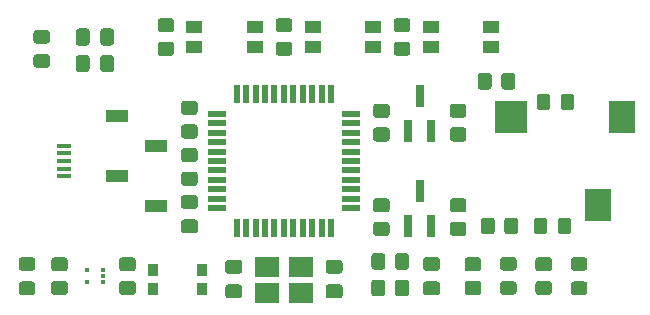
<source format=gbr>
%TF.GenerationSoftware,KiCad,Pcbnew,(5.1.9)-1*%
%TF.CreationDate,2021-12-06T20:25:47-06:00*%
%TF.ProjectId,microkfd,6d696372-6f6b-4666-942e-6b696361645f,A*%
%TF.SameCoordinates,Original*%
%TF.FileFunction,Paste,Top*%
%TF.FilePolarity,Positive*%
%FSLAX46Y46*%
G04 Gerber Fmt 4.6, Leading zero omitted, Abs format (unit mm)*
G04 Created by KiCad (PCBNEW (5.1.9)-1) date 2021-12-06 20:25:47*
%MOMM*%
%LPD*%
G01*
G04 APERTURE LIST*
%ADD10R,1.300000X0.450000*%
%ADD11R,1.500000X0.550000*%
%ADD12R,0.550000X1.500000*%
%ADD13R,2.200000X2.800000*%
%ADD14R,2.800000X2.800000*%
%ADD15R,1.900000X1.000000*%
%ADD16R,0.800000X1.900000*%
%ADD17R,0.900000X1.000000*%
%ADD18R,1.450000X1.000000*%
%ADD19R,0.450000X0.300000*%
%ADD20R,2.100000X1.800000*%
G04 APERTURE END LIST*
D10*
%TO.C,J1*%
X96400000Y-98700000D03*
X96400000Y-99350000D03*
X96400000Y-100000000D03*
X96400000Y-100650000D03*
X96400000Y-101300000D03*
%TD*%
D11*
%TO.C,U2*%
X109300000Y-96000000D03*
X109300000Y-96800000D03*
X109300000Y-97600000D03*
X109300000Y-98400000D03*
X109300000Y-99200000D03*
X109300000Y-100000000D03*
X109300000Y-100800000D03*
X109300000Y-101600000D03*
X109300000Y-102400000D03*
X109300000Y-103200000D03*
X109300000Y-104000000D03*
D12*
X111000000Y-105700000D03*
X111800000Y-105700000D03*
X112600000Y-105700000D03*
X113400000Y-105700000D03*
X114200000Y-105700000D03*
X115000000Y-105700000D03*
X115800000Y-105700000D03*
X116600000Y-105700000D03*
X117400000Y-105700000D03*
X118200000Y-105700000D03*
X119000000Y-105700000D03*
D11*
X120700000Y-104000000D03*
X120700000Y-103200000D03*
X120700000Y-102400000D03*
X120700000Y-101600000D03*
X120700000Y-100800000D03*
X120700000Y-100000000D03*
X120700000Y-99200000D03*
X120700000Y-98400000D03*
X120700000Y-97600000D03*
X120700000Y-96800000D03*
X120700000Y-96000000D03*
D12*
X119000000Y-94300000D03*
X118200000Y-94300000D03*
X117400000Y-94300000D03*
X116600000Y-94300000D03*
X115800000Y-94300000D03*
X115000000Y-94300000D03*
X114200000Y-94300000D03*
X113400000Y-94300000D03*
X112600000Y-94300000D03*
X111800000Y-94300000D03*
X111000000Y-94300000D03*
%TD*%
%TO.C,C1*%
G36*
G01*
X119725000Y-109550000D02*
X118775000Y-109550000D01*
G75*
G02*
X118525000Y-109300000I0J250000D01*
G01*
X118525000Y-108625000D01*
G75*
G02*
X118775000Y-108375000I250000J0D01*
G01*
X119725000Y-108375000D01*
G75*
G02*
X119975000Y-108625000I0J-250000D01*
G01*
X119975000Y-109300000D01*
G75*
G02*
X119725000Y-109550000I-250000J0D01*
G01*
G37*
G36*
G01*
X119725000Y-111625000D02*
X118775000Y-111625000D01*
G75*
G02*
X118525000Y-111375000I0J250000D01*
G01*
X118525000Y-110700000D01*
G75*
G02*
X118775000Y-110450000I250000J0D01*
G01*
X119725000Y-110450000D01*
G75*
G02*
X119975000Y-110700000I0J-250000D01*
G01*
X119975000Y-111375000D01*
G75*
G02*
X119725000Y-111625000I-250000J0D01*
G01*
G37*
%TD*%
%TO.C,C2*%
G36*
G01*
X110275000Y-110450000D02*
X111225000Y-110450000D01*
G75*
G02*
X111475000Y-110700000I0J-250000D01*
G01*
X111475000Y-111375000D01*
G75*
G02*
X111225000Y-111625000I-250000J0D01*
G01*
X110275000Y-111625000D01*
G75*
G02*
X110025000Y-111375000I0J250000D01*
G01*
X110025000Y-110700000D01*
G75*
G02*
X110275000Y-110450000I250000J0D01*
G01*
G37*
G36*
G01*
X110275000Y-108375000D02*
X111225000Y-108375000D01*
G75*
G02*
X111475000Y-108625000I0J-250000D01*
G01*
X111475000Y-109300000D01*
G75*
G02*
X111225000Y-109550000I-250000J0D01*
G01*
X110275000Y-109550000D01*
G75*
G02*
X110025000Y-109300000I0J250000D01*
G01*
X110025000Y-108625000D01*
G75*
G02*
X110275000Y-108375000I250000J0D01*
G01*
G37*
%TD*%
%TO.C,C3*%
G36*
G01*
X106525000Y-102875000D02*
X107475000Y-102875000D01*
G75*
G02*
X107725000Y-103125000I0J-250000D01*
G01*
X107725000Y-103800000D01*
G75*
G02*
X107475000Y-104050000I-250000J0D01*
G01*
X106525000Y-104050000D01*
G75*
G02*
X106275000Y-103800000I0J250000D01*
G01*
X106275000Y-103125000D01*
G75*
G02*
X106525000Y-102875000I250000J0D01*
G01*
G37*
G36*
G01*
X106525000Y-104950000D02*
X107475000Y-104950000D01*
G75*
G02*
X107725000Y-105200000I0J-250000D01*
G01*
X107725000Y-105875000D01*
G75*
G02*
X107475000Y-106125000I-250000J0D01*
G01*
X106525000Y-106125000D01*
G75*
G02*
X106275000Y-105875000I0J250000D01*
G01*
X106275000Y-105200000D01*
G75*
G02*
X106525000Y-104950000I250000J0D01*
G01*
G37*
%TD*%
%TO.C,C4*%
G36*
G01*
X97375000Y-89975000D02*
X97375000Y-89025000D01*
G75*
G02*
X97625000Y-88775000I250000J0D01*
G01*
X98300000Y-88775000D01*
G75*
G02*
X98550000Y-89025000I0J-250000D01*
G01*
X98550000Y-89975000D01*
G75*
G02*
X98300000Y-90225000I-250000J0D01*
G01*
X97625000Y-90225000D01*
G75*
G02*
X97375000Y-89975000I0J250000D01*
G01*
G37*
G36*
G01*
X99450000Y-89975000D02*
X99450000Y-89025000D01*
G75*
G02*
X99700000Y-88775000I250000J0D01*
G01*
X100375000Y-88775000D01*
G75*
G02*
X100625000Y-89025000I0J-250000D01*
G01*
X100625000Y-89975000D01*
G75*
G02*
X100375000Y-90225000I-250000J0D01*
G01*
X99700000Y-90225000D01*
G75*
G02*
X99450000Y-89975000I0J250000D01*
G01*
G37*
%TD*%
%TO.C,C5*%
G36*
G01*
X127975000Y-111375000D02*
X127025000Y-111375000D01*
G75*
G02*
X126775000Y-111125000I0J250000D01*
G01*
X126775000Y-110450000D01*
G75*
G02*
X127025000Y-110200000I250000J0D01*
G01*
X127975000Y-110200000D01*
G75*
G02*
X128225000Y-110450000I0J-250000D01*
G01*
X128225000Y-111125000D01*
G75*
G02*
X127975000Y-111375000I-250000J0D01*
G01*
G37*
G36*
G01*
X127975000Y-109300000D02*
X127025000Y-109300000D01*
G75*
G02*
X126775000Y-109050000I0J250000D01*
G01*
X126775000Y-108375000D01*
G75*
G02*
X127025000Y-108125000I250000J0D01*
G01*
X127975000Y-108125000D01*
G75*
G02*
X128225000Y-108375000I0J-250000D01*
G01*
X128225000Y-109050000D01*
G75*
G02*
X127975000Y-109300000I-250000J0D01*
G01*
G37*
%TD*%
%TO.C,C6*%
G36*
G01*
X99450000Y-92225000D02*
X99450000Y-91275000D01*
G75*
G02*
X99700000Y-91025000I250000J0D01*
G01*
X100375000Y-91025000D01*
G75*
G02*
X100625000Y-91275000I0J-250000D01*
G01*
X100625000Y-92225000D01*
G75*
G02*
X100375000Y-92475000I-250000J0D01*
G01*
X99700000Y-92475000D01*
G75*
G02*
X99450000Y-92225000I0J250000D01*
G01*
G37*
G36*
G01*
X97375000Y-92225000D02*
X97375000Y-91275000D01*
G75*
G02*
X97625000Y-91025000I250000J0D01*
G01*
X98300000Y-91025000D01*
G75*
G02*
X98550000Y-91275000I0J-250000D01*
G01*
X98550000Y-92225000D01*
G75*
G02*
X98300000Y-92475000I-250000J0D01*
G01*
X97625000Y-92475000D01*
G75*
G02*
X97375000Y-92225000I0J250000D01*
G01*
G37*
%TD*%
%TO.C,D1*%
G36*
G01*
X136400000Y-95450001D02*
X136400000Y-94549999D01*
G75*
G02*
X136649999Y-94300000I249999J0D01*
G01*
X137300001Y-94300000D01*
G75*
G02*
X137550000Y-94549999I0J-249999D01*
G01*
X137550000Y-95450001D01*
G75*
G02*
X137300001Y-95700000I-249999J0D01*
G01*
X136649999Y-95700000D01*
G75*
G02*
X136400000Y-95450001I0J249999D01*
G01*
G37*
G36*
G01*
X138450000Y-95450001D02*
X138450000Y-94549999D01*
G75*
G02*
X138699999Y-94300000I249999J0D01*
G01*
X139350001Y-94300000D01*
G75*
G02*
X139600000Y-94549999I0J-249999D01*
G01*
X139600000Y-95450001D01*
G75*
G02*
X139350001Y-95700000I-249999J0D01*
G01*
X138699999Y-95700000D01*
G75*
G02*
X138450000Y-95450001I0J249999D01*
G01*
G37*
%TD*%
%TO.C,D2*%
G36*
G01*
X139350000Y-105049999D02*
X139350000Y-105950001D01*
G75*
G02*
X139100001Y-106200000I-249999J0D01*
G01*
X138449999Y-106200000D01*
G75*
G02*
X138200000Y-105950001I0J249999D01*
G01*
X138200000Y-105049999D01*
G75*
G02*
X138449999Y-104800000I249999J0D01*
G01*
X139100001Y-104800000D01*
G75*
G02*
X139350000Y-105049999I0J-249999D01*
G01*
G37*
G36*
G01*
X137300000Y-105049999D02*
X137300000Y-105950001D01*
G75*
G02*
X137050001Y-106200000I-249999J0D01*
G01*
X136399999Y-106200000D01*
G75*
G02*
X136150000Y-105950001I0J249999D01*
G01*
X136150000Y-105049999D01*
G75*
G02*
X136399999Y-104800000I249999J0D01*
G01*
X137050001Y-104800000D01*
G75*
G02*
X137300000Y-105049999I0J-249999D01*
G01*
G37*
%TD*%
%TO.C,D3*%
G36*
G01*
X92799999Y-110200000D02*
X93700001Y-110200000D01*
G75*
G02*
X93950000Y-110449999I0J-249999D01*
G01*
X93950000Y-111100001D01*
G75*
G02*
X93700001Y-111350000I-249999J0D01*
G01*
X92799999Y-111350000D01*
G75*
G02*
X92550000Y-111100001I0J249999D01*
G01*
X92550000Y-110449999D01*
G75*
G02*
X92799999Y-110200000I249999J0D01*
G01*
G37*
G36*
G01*
X92799999Y-108150000D02*
X93700001Y-108150000D01*
G75*
G02*
X93950000Y-108399999I0J-249999D01*
G01*
X93950000Y-109050001D01*
G75*
G02*
X93700001Y-109300000I-249999J0D01*
G01*
X92799999Y-109300000D01*
G75*
G02*
X92550000Y-109050001I0J249999D01*
G01*
X92550000Y-108399999D01*
G75*
G02*
X92799999Y-108150000I249999J0D01*
G01*
G37*
%TD*%
%TO.C,D4*%
G36*
G01*
X134450001Y-111325000D02*
X133549999Y-111325000D01*
G75*
G02*
X133300000Y-111075001I0J249999D01*
G01*
X133300000Y-110424999D01*
G75*
G02*
X133549999Y-110175000I249999J0D01*
G01*
X134450001Y-110175000D01*
G75*
G02*
X134700000Y-110424999I0J-249999D01*
G01*
X134700000Y-111075001D01*
G75*
G02*
X134450001Y-111325000I-249999J0D01*
G01*
G37*
G36*
G01*
X134450001Y-109275000D02*
X133549999Y-109275000D01*
G75*
G02*
X133300000Y-109025001I0J249999D01*
G01*
X133300000Y-108374999D01*
G75*
G02*
X133549999Y-108125000I249999J0D01*
G01*
X134450001Y-108125000D01*
G75*
G02*
X134700000Y-108374999I0J-249999D01*
G01*
X134700000Y-109025001D01*
G75*
G02*
X134450001Y-109275000I-249999J0D01*
G01*
G37*
%TD*%
%TO.C,D5*%
G36*
G01*
X140450001Y-109300000D02*
X139549999Y-109300000D01*
G75*
G02*
X139300000Y-109050001I0J249999D01*
G01*
X139300000Y-108399999D01*
G75*
G02*
X139549999Y-108150000I249999J0D01*
G01*
X140450001Y-108150000D01*
G75*
G02*
X140700000Y-108399999I0J-249999D01*
G01*
X140700000Y-109050001D01*
G75*
G02*
X140450001Y-109300000I-249999J0D01*
G01*
G37*
G36*
G01*
X140450001Y-111350000D02*
X139549999Y-111350000D01*
G75*
G02*
X139300000Y-111100001I0J249999D01*
G01*
X139300000Y-110449999D01*
G75*
G02*
X139549999Y-110200000I249999J0D01*
G01*
X140450001Y-110200000D01*
G75*
G02*
X140700000Y-110449999I0J-249999D01*
G01*
X140700000Y-111100001D01*
G75*
G02*
X140450001Y-111350000I-249999J0D01*
G01*
G37*
%TD*%
%TO.C,F1*%
G36*
G01*
X94049999Y-88900000D02*
X94950001Y-88900000D01*
G75*
G02*
X95200000Y-89149999I0J-249999D01*
G01*
X95200000Y-89800001D01*
G75*
G02*
X94950001Y-90050000I-249999J0D01*
G01*
X94049999Y-90050000D01*
G75*
G02*
X93800000Y-89800001I0J249999D01*
G01*
X93800000Y-89149999D01*
G75*
G02*
X94049999Y-88900000I249999J0D01*
G01*
G37*
G36*
G01*
X94049999Y-90950000D02*
X94950001Y-90950000D01*
G75*
G02*
X95200000Y-91199999I0J-249999D01*
G01*
X95200000Y-91850001D01*
G75*
G02*
X94950001Y-92100000I-249999J0D01*
G01*
X94049999Y-92100000D01*
G75*
G02*
X93800000Y-91850001I0J249999D01*
G01*
X93800000Y-91199999D01*
G75*
G02*
X94049999Y-90950000I249999J0D01*
G01*
G37*
%TD*%
D13*
%TO.C,J2*%
X141600000Y-103700000D03*
X143600000Y-96300000D03*
D14*
X134200000Y-96300000D03*
%TD*%
D15*
%TO.C,J3*%
X104150000Y-103810000D03*
X104150000Y-98730000D03*
X100850000Y-101270000D03*
X100850000Y-96190000D03*
%TD*%
D16*
%TO.C,Q1*%
X125550000Y-97500000D03*
X127450000Y-97500000D03*
X126500000Y-94500000D03*
%TD*%
%TO.C,Q2*%
X126500000Y-102500000D03*
X127450000Y-105500000D03*
X125550000Y-105500000D03*
%TD*%
%TO.C,R1*%
G36*
G01*
X106549999Y-98900000D02*
X107450001Y-98900000D01*
G75*
G02*
X107700000Y-99149999I0J-249999D01*
G01*
X107700000Y-99850001D01*
G75*
G02*
X107450001Y-100100000I-249999J0D01*
G01*
X106549999Y-100100000D01*
G75*
G02*
X106300000Y-99850001I0J249999D01*
G01*
X106300000Y-99149999D01*
G75*
G02*
X106549999Y-98900000I249999J0D01*
G01*
G37*
G36*
G01*
X106549999Y-100900000D02*
X107450001Y-100900000D01*
G75*
G02*
X107700000Y-101149999I0J-249999D01*
G01*
X107700000Y-101850001D01*
G75*
G02*
X107450001Y-102100000I-249999J0D01*
G01*
X106549999Y-102100000D01*
G75*
G02*
X106300000Y-101850001I0J249999D01*
G01*
X106300000Y-101149999D01*
G75*
G02*
X106549999Y-100900000I249999J0D01*
G01*
G37*
%TD*%
%TO.C,R2*%
G36*
G01*
X106549999Y-96900000D02*
X107450001Y-96900000D01*
G75*
G02*
X107700000Y-97149999I0J-249999D01*
G01*
X107700000Y-97850001D01*
G75*
G02*
X107450001Y-98100000I-249999J0D01*
G01*
X106549999Y-98100000D01*
G75*
G02*
X106300000Y-97850001I0J249999D01*
G01*
X106300000Y-97149999D01*
G75*
G02*
X106549999Y-96900000I249999J0D01*
G01*
G37*
G36*
G01*
X106549999Y-94900000D02*
X107450001Y-94900000D01*
G75*
G02*
X107700000Y-95149999I0J-249999D01*
G01*
X107700000Y-95850001D01*
G75*
G02*
X107450001Y-96100000I-249999J0D01*
G01*
X106549999Y-96100000D01*
G75*
G02*
X106300000Y-95850001I0J249999D01*
G01*
X106300000Y-95149999D01*
G75*
G02*
X106549999Y-94900000I249999J0D01*
G01*
G37*
%TD*%
%TO.C,R3*%
G36*
G01*
X102200001Y-109350000D02*
X101299999Y-109350000D01*
G75*
G02*
X101050000Y-109100001I0J249999D01*
G01*
X101050000Y-108399999D01*
G75*
G02*
X101299999Y-108150000I249999J0D01*
G01*
X102200001Y-108150000D01*
G75*
G02*
X102450000Y-108399999I0J-249999D01*
G01*
X102450000Y-109100001D01*
G75*
G02*
X102200001Y-109350000I-249999J0D01*
G01*
G37*
G36*
G01*
X102200001Y-111350000D02*
X101299999Y-111350000D01*
G75*
G02*
X101050000Y-111100001I0J249999D01*
G01*
X101050000Y-110399999D01*
G75*
G02*
X101299999Y-110150000I249999J0D01*
G01*
X102200001Y-110150000D01*
G75*
G02*
X102450000Y-110399999I0J-249999D01*
G01*
X102450000Y-111100001D01*
G75*
G02*
X102200001Y-111350000I-249999J0D01*
G01*
G37*
%TD*%
%TO.C,R4*%
G36*
G01*
X122400000Y-111200001D02*
X122400000Y-110299999D01*
G75*
G02*
X122649999Y-110050000I249999J0D01*
G01*
X123350001Y-110050000D01*
G75*
G02*
X123600000Y-110299999I0J-249999D01*
G01*
X123600000Y-111200001D01*
G75*
G02*
X123350001Y-111450000I-249999J0D01*
G01*
X122649999Y-111450000D01*
G75*
G02*
X122400000Y-111200001I0J249999D01*
G01*
G37*
G36*
G01*
X124400000Y-111200001D02*
X124400000Y-110299999D01*
G75*
G02*
X124649999Y-110050000I249999J0D01*
G01*
X125350001Y-110050000D01*
G75*
G02*
X125600000Y-110299999I0J-249999D01*
G01*
X125600000Y-111200001D01*
G75*
G02*
X125350001Y-111450000I-249999J0D01*
G01*
X124649999Y-111450000D01*
G75*
G02*
X124400000Y-111200001I0J249999D01*
G01*
G37*
%TD*%
%TO.C,R5*%
G36*
G01*
X105450001Y-89100000D02*
X104549999Y-89100000D01*
G75*
G02*
X104300000Y-88850001I0J249999D01*
G01*
X104300000Y-88149999D01*
G75*
G02*
X104549999Y-87900000I249999J0D01*
G01*
X105450001Y-87900000D01*
G75*
G02*
X105700000Y-88149999I0J-249999D01*
G01*
X105700000Y-88850001D01*
G75*
G02*
X105450001Y-89100000I-249999J0D01*
G01*
G37*
G36*
G01*
X105450001Y-91100000D02*
X104549999Y-91100000D01*
G75*
G02*
X104300000Y-90850001I0J249999D01*
G01*
X104300000Y-90149999D01*
G75*
G02*
X104549999Y-89900000I249999J0D01*
G01*
X105450001Y-89900000D01*
G75*
G02*
X105700000Y-90149999I0J-249999D01*
G01*
X105700000Y-90850001D01*
G75*
G02*
X105450001Y-91100000I-249999J0D01*
G01*
G37*
%TD*%
%TO.C,R6*%
G36*
G01*
X122400000Y-108950001D02*
X122400000Y-108049999D01*
G75*
G02*
X122649999Y-107800000I249999J0D01*
G01*
X123350001Y-107800000D01*
G75*
G02*
X123600000Y-108049999I0J-249999D01*
G01*
X123600000Y-108950001D01*
G75*
G02*
X123350001Y-109200000I-249999J0D01*
G01*
X122649999Y-109200000D01*
G75*
G02*
X122400000Y-108950001I0J249999D01*
G01*
G37*
G36*
G01*
X124400000Y-108950001D02*
X124400000Y-108049999D01*
G75*
G02*
X124649999Y-107800000I249999J0D01*
G01*
X125350001Y-107800000D01*
G75*
G02*
X125600000Y-108049999I0J-249999D01*
G01*
X125600000Y-108950001D01*
G75*
G02*
X125350001Y-109200000I-249999J0D01*
G01*
X124649999Y-109200000D01*
G75*
G02*
X124400000Y-108950001I0J249999D01*
G01*
G37*
%TD*%
%TO.C,R7*%
G36*
G01*
X115450001Y-91100000D02*
X114549999Y-91100000D01*
G75*
G02*
X114300000Y-90850001I0J249999D01*
G01*
X114300000Y-90149999D01*
G75*
G02*
X114549999Y-89900000I249999J0D01*
G01*
X115450001Y-89900000D01*
G75*
G02*
X115700000Y-90149999I0J-249999D01*
G01*
X115700000Y-90850001D01*
G75*
G02*
X115450001Y-91100000I-249999J0D01*
G01*
G37*
G36*
G01*
X115450001Y-89100000D02*
X114549999Y-89100000D01*
G75*
G02*
X114300000Y-88850001I0J249999D01*
G01*
X114300000Y-88149999D01*
G75*
G02*
X114549999Y-87900000I249999J0D01*
G01*
X115450001Y-87900000D01*
G75*
G02*
X115700000Y-88149999I0J-249999D01*
G01*
X115700000Y-88850001D01*
G75*
G02*
X115450001Y-89100000I-249999J0D01*
G01*
G37*
%TD*%
%TO.C,R8*%
G36*
G01*
X123700001Y-96350000D02*
X122799999Y-96350000D01*
G75*
G02*
X122550000Y-96100001I0J249999D01*
G01*
X122550000Y-95399999D01*
G75*
G02*
X122799999Y-95150000I249999J0D01*
G01*
X123700001Y-95150000D01*
G75*
G02*
X123950000Y-95399999I0J-249999D01*
G01*
X123950000Y-96100001D01*
G75*
G02*
X123700001Y-96350000I-249999J0D01*
G01*
G37*
G36*
G01*
X123700001Y-98350000D02*
X122799999Y-98350000D01*
G75*
G02*
X122550000Y-98100001I0J249999D01*
G01*
X122550000Y-97399999D01*
G75*
G02*
X122799999Y-97150000I249999J0D01*
G01*
X123700001Y-97150000D01*
G75*
G02*
X123950000Y-97399999I0J-249999D01*
G01*
X123950000Y-98100001D01*
G75*
G02*
X123700001Y-98350000I-249999J0D01*
G01*
G37*
%TD*%
%TO.C,R9*%
G36*
G01*
X123700001Y-106350000D02*
X122799999Y-106350000D01*
G75*
G02*
X122550000Y-106100001I0J249999D01*
G01*
X122550000Y-105399999D01*
G75*
G02*
X122799999Y-105150000I249999J0D01*
G01*
X123700001Y-105150000D01*
G75*
G02*
X123950000Y-105399999I0J-249999D01*
G01*
X123950000Y-106100001D01*
G75*
G02*
X123700001Y-106350000I-249999J0D01*
G01*
G37*
G36*
G01*
X123700001Y-104350000D02*
X122799999Y-104350000D01*
G75*
G02*
X122550000Y-104100001I0J249999D01*
G01*
X122550000Y-103399999D01*
G75*
G02*
X122799999Y-103150000I249999J0D01*
G01*
X123700001Y-103150000D01*
G75*
G02*
X123950000Y-103399999I0J-249999D01*
G01*
X123950000Y-104100001D01*
G75*
G02*
X123700001Y-104350000I-249999J0D01*
G01*
G37*
%TD*%
%TO.C,R10*%
G36*
G01*
X129299999Y-95150000D02*
X130200001Y-95150000D01*
G75*
G02*
X130450000Y-95399999I0J-249999D01*
G01*
X130450000Y-96100001D01*
G75*
G02*
X130200001Y-96350000I-249999J0D01*
G01*
X129299999Y-96350000D01*
G75*
G02*
X129050000Y-96100001I0J249999D01*
G01*
X129050000Y-95399999D01*
G75*
G02*
X129299999Y-95150000I249999J0D01*
G01*
G37*
G36*
G01*
X129299999Y-97150000D02*
X130200001Y-97150000D01*
G75*
G02*
X130450000Y-97399999I0J-249999D01*
G01*
X130450000Y-98100001D01*
G75*
G02*
X130200001Y-98350000I-249999J0D01*
G01*
X129299999Y-98350000D01*
G75*
G02*
X129050000Y-98100001I0J249999D01*
G01*
X129050000Y-97399999D01*
G75*
G02*
X129299999Y-97150000I249999J0D01*
G01*
G37*
%TD*%
%TO.C,R11*%
G36*
G01*
X130200001Y-106350000D02*
X129299999Y-106350000D01*
G75*
G02*
X129050000Y-106100001I0J249999D01*
G01*
X129050000Y-105399999D01*
G75*
G02*
X129299999Y-105150000I249999J0D01*
G01*
X130200001Y-105150000D01*
G75*
G02*
X130450000Y-105399999I0J-249999D01*
G01*
X130450000Y-106100001D01*
G75*
G02*
X130200001Y-106350000I-249999J0D01*
G01*
G37*
G36*
G01*
X130200001Y-104350000D02*
X129299999Y-104350000D01*
G75*
G02*
X129050000Y-104100001I0J249999D01*
G01*
X129050000Y-103399999D01*
G75*
G02*
X129299999Y-103150000I249999J0D01*
G01*
X130200001Y-103150000D01*
G75*
G02*
X130450000Y-103399999I0J-249999D01*
G01*
X130450000Y-104100001D01*
G75*
G02*
X130200001Y-104350000I-249999J0D01*
G01*
G37*
%TD*%
%TO.C,R12*%
G36*
G01*
X125450001Y-89100000D02*
X124549999Y-89100000D01*
G75*
G02*
X124300000Y-88850001I0J249999D01*
G01*
X124300000Y-88149999D01*
G75*
G02*
X124549999Y-87900000I249999J0D01*
G01*
X125450001Y-87900000D01*
G75*
G02*
X125700000Y-88149999I0J-249999D01*
G01*
X125700000Y-88850001D01*
G75*
G02*
X125450001Y-89100000I-249999J0D01*
G01*
G37*
G36*
G01*
X125450001Y-91100000D02*
X124549999Y-91100000D01*
G75*
G02*
X124300000Y-90850001I0J249999D01*
G01*
X124300000Y-90149999D01*
G75*
G02*
X124549999Y-89900000I249999J0D01*
G01*
X125450001Y-89900000D01*
G75*
G02*
X125700000Y-90149999I0J-249999D01*
G01*
X125700000Y-90850001D01*
G75*
G02*
X125450001Y-91100000I-249999J0D01*
G01*
G37*
%TD*%
%TO.C,R13*%
G36*
G01*
X131400000Y-93700001D02*
X131400000Y-92799999D01*
G75*
G02*
X131649999Y-92550000I249999J0D01*
G01*
X132350001Y-92550000D01*
G75*
G02*
X132600000Y-92799999I0J-249999D01*
G01*
X132600000Y-93700001D01*
G75*
G02*
X132350001Y-93950000I-249999J0D01*
G01*
X131649999Y-93950000D01*
G75*
G02*
X131400000Y-93700001I0J249999D01*
G01*
G37*
G36*
G01*
X133400000Y-93700001D02*
X133400000Y-92799999D01*
G75*
G02*
X133649999Y-92550000I249999J0D01*
G01*
X134350001Y-92550000D01*
G75*
G02*
X134600000Y-92799999I0J-249999D01*
G01*
X134600000Y-93700001D01*
G75*
G02*
X134350001Y-93950000I-249999J0D01*
G01*
X133649999Y-93950000D01*
G75*
G02*
X133400000Y-93700001I0J249999D01*
G01*
G37*
%TD*%
%TO.C,R14*%
G36*
G01*
X133650000Y-105950001D02*
X133650000Y-105049999D01*
G75*
G02*
X133899999Y-104800000I249999J0D01*
G01*
X134600001Y-104800000D01*
G75*
G02*
X134850000Y-105049999I0J-249999D01*
G01*
X134850000Y-105950001D01*
G75*
G02*
X134600001Y-106200000I-249999J0D01*
G01*
X133899999Y-106200000D01*
G75*
G02*
X133650000Y-105950001I0J249999D01*
G01*
G37*
G36*
G01*
X131650000Y-105950001D02*
X131650000Y-105049999D01*
G75*
G02*
X131899999Y-104800000I249999J0D01*
G01*
X132600001Y-104800000D01*
G75*
G02*
X132850000Y-105049999I0J-249999D01*
G01*
X132850000Y-105950001D01*
G75*
G02*
X132600001Y-106200000I-249999J0D01*
G01*
X131899999Y-106200000D01*
G75*
G02*
X131650000Y-105950001I0J249999D01*
G01*
G37*
%TD*%
%TO.C,R15*%
G36*
G01*
X95549999Y-110150000D02*
X96450001Y-110150000D01*
G75*
G02*
X96700000Y-110399999I0J-249999D01*
G01*
X96700000Y-111100001D01*
G75*
G02*
X96450001Y-111350000I-249999J0D01*
G01*
X95549999Y-111350000D01*
G75*
G02*
X95300000Y-111100001I0J249999D01*
G01*
X95300000Y-110399999D01*
G75*
G02*
X95549999Y-110150000I249999J0D01*
G01*
G37*
G36*
G01*
X95549999Y-108150000D02*
X96450001Y-108150000D01*
G75*
G02*
X96700000Y-108399999I0J-249999D01*
G01*
X96700000Y-109100001D01*
G75*
G02*
X96450001Y-109350000I-249999J0D01*
G01*
X95549999Y-109350000D01*
G75*
G02*
X95300000Y-109100001I0J249999D01*
G01*
X95300000Y-108399999D01*
G75*
G02*
X95549999Y-108150000I249999J0D01*
G01*
G37*
%TD*%
%TO.C,R16*%
G36*
G01*
X130549999Y-108150000D02*
X131450001Y-108150000D01*
G75*
G02*
X131700000Y-108399999I0J-249999D01*
G01*
X131700000Y-109100001D01*
G75*
G02*
X131450001Y-109350000I-249999J0D01*
G01*
X130549999Y-109350000D01*
G75*
G02*
X130300000Y-109100001I0J249999D01*
G01*
X130300000Y-108399999D01*
G75*
G02*
X130549999Y-108150000I249999J0D01*
G01*
G37*
G36*
G01*
X130549999Y-110150000D02*
X131450001Y-110150000D01*
G75*
G02*
X131700000Y-110399999I0J-249999D01*
G01*
X131700000Y-111100001D01*
G75*
G02*
X131450001Y-111350000I-249999J0D01*
G01*
X130549999Y-111350000D01*
G75*
G02*
X130300000Y-111100001I0J249999D01*
G01*
X130300000Y-110399999D01*
G75*
G02*
X130549999Y-110150000I249999J0D01*
G01*
G37*
%TD*%
%TO.C,R17*%
G36*
G01*
X136549999Y-110150000D02*
X137450001Y-110150000D01*
G75*
G02*
X137700000Y-110399999I0J-249999D01*
G01*
X137700000Y-111100001D01*
G75*
G02*
X137450001Y-111350000I-249999J0D01*
G01*
X136549999Y-111350000D01*
G75*
G02*
X136300000Y-111100001I0J249999D01*
G01*
X136300000Y-110399999D01*
G75*
G02*
X136549999Y-110150000I249999J0D01*
G01*
G37*
G36*
G01*
X136549999Y-108150000D02*
X137450001Y-108150000D01*
G75*
G02*
X137700000Y-108399999I0J-249999D01*
G01*
X137700000Y-109100001D01*
G75*
G02*
X137450001Y-109350000I-249999J0D01*
G01*
X136549999Y-109350000D01*
G75*
G02*
X136300000Y-109100001I0J249999D01*
G01*
X136300000Y-108399999D01*
G75*
G02*
X136549999Y-108150000I249999J0D01*
G01*
G37*
%TD*%
D17*
%TO.C,SW1*%
X108050000Y-110800000D03*
X108050000Y-109200000D03*
X103950000Y-110800000D03*
X103950000Y-109200000D03*
%TD*%
D18*
%TO.C,SW2*%
X112575000Y-90350000D03*
X107425000Y-90350000D03*
X107425000Y-88650000D03*
X112575000Y-88650000D03*
%TD*%
%TO.C,SW3*%
X122575000Y-88650000D03*
X117425000Y-88650000D03*
X117425000Y-90350000D03*
X122575000Y-90350000D03*
%TD*%
%TO.C,SW4*%
X132575000Y-90350000D03*
X127425000Y-90350000D03*
X127425000Y-88650000D03*
X132575000Y-88650000D03*
%TD*%
D19*
%TO.C,U1*%
X99700000Y-110250000D03*
X99700000Y-109250000D03*
X98300000Y-110250000D03*
X99700000Y-109750000D03*
X98300000Y-109250000D03*
%TD*%
D20*
%TO.C,Y1*%
X113550000Y-111200000D03*
X116450000Y-111200000D03*
X116450000Y-109000000D03*
X113550000Y-109000000D03*
%TD*%
M02*

</source>
